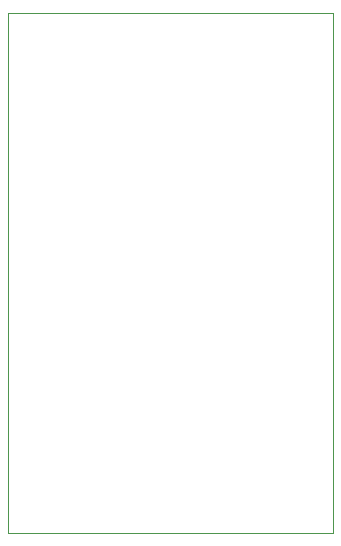
<source format=gbr>
G04 #@! TF.GenerationSoftware,KiCad,Pcbnew,(5.1.2)-2*
G04 #@! TF.CreationDate,2019-06-12T22:46:05+02:00*
G04 #@! TF.ProjectId,TLC5954-Eval,544c4335-3935-4342-9d45-76616c2e6b69,rev?*
G04 #@! TF.SameCoordinates,Original*
G04 #@! TF.FileFunction,Profile,NP*
%FSLAX46Y46*%
G04 Gerber Fmt 4.6, Leading zero omitted, Abs format (unit mm)*
G04 Created by KiCad (PCBNEW (5.1.2)-2) date 2019-06-12 22:46:05*
%MOMM*%
%LPD*%
G04 APERTURE LIST*
%ADD10C,0.050000*%
G04 APERTURE END LIST*
D10*
X84000000Y-131000000D02*
X84000000Y-87000000D01*
X111500000Y-131000000D02*
X84000000Y-131000000D01*
X111500000Y-87000000D02*
X111500000Y-131000000D01*
X84000000Y-87000000D02*
X111500000Y-87000000D01*
M02*

</source>
